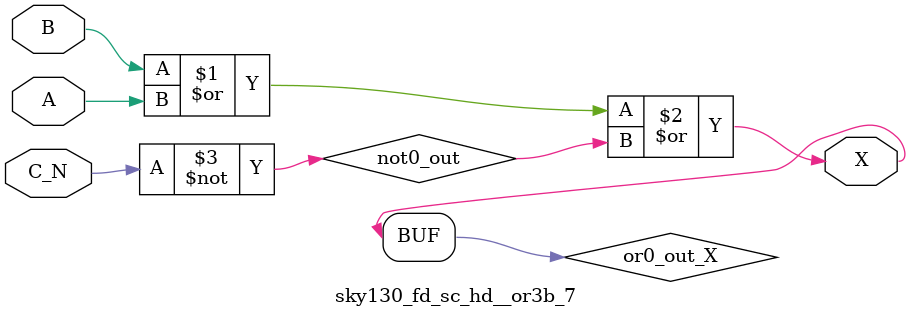
<source format=v>
module sky130_fd_sc_hd__or3b_7 (
    X  ,
    A  ,
    B  ,
    C_N
);
    output X  ;
    input  A  ;
    input  B  ;
    input  C_N;
    wire not0_out ;
    wire or0_out_X;
    not not0 (not0_out , C_N            );
    or  or0  (or0_out_X, B, A, not0_out );
    buf buf0 (X        , or0_out_X      );
endmodule
</source>
